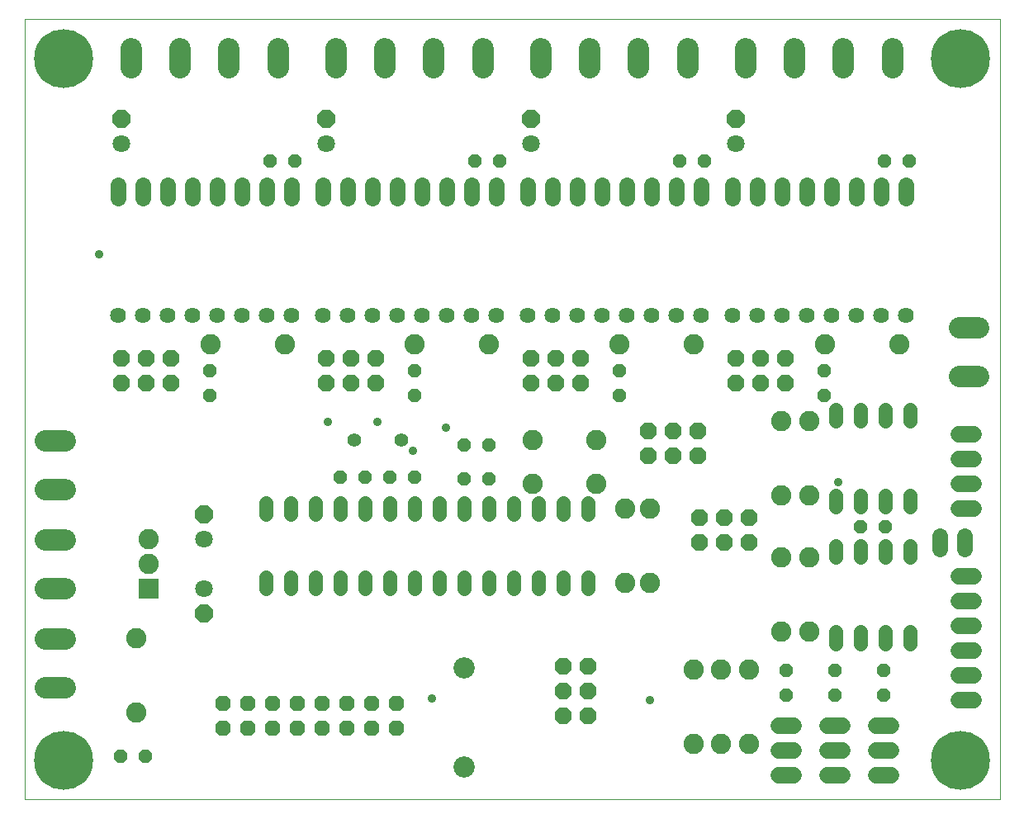
<source format=gbs>
G75*
G70*
%OFA0B0*%
%FSLAX24Y24*%
%IPPOS*%
%LPD*%
%AMOC8*
5,1,8,0,0,1.08239X$1,22.5*
%
%ADD10C,0.0000*%
%ADD11C,0.0560*%
%ADD12C,0.0640*%
%ADD13C,0.0640*%
%ADD14OC8,0.0680*%
%ADD15OC8,0.0560*%
%ADD16OC8,0.0710*%
%ADD17C,0.0710*%
%ADD18C,0.0560*%
%ADD19C,0.0820*%
%ADD20C,0.2380*%
%ADD21OC8,0.0620*%
%ADD22C,0.0860*%
%ADD23C,0.0680*%
%ADD24R,0.0820X0.0820*%
%ADD25C,0.0860*%
%ADD26C,0.0620*%
%ADD27C,0.0350*%
D10*
X000280Y000250D02*
X000280Y031746D01*
X039650Y031746D01*
X039650Y000250D01*
X000280Y000250D01*
D11*
X010030Y008760D02*
X010030Y009240D01*
X011030Y009240D02*
X011030Y008760D01*
X012030Y008760D02*
X012030Y009240D01*
X013030Y009240D02*
X013030Y008760D01*
X014030Y008760D02*
X014030Y009240D01*
X015030Y009240D02*
X015030Y008760D01*
X016030Y008760D02*
X016030Y009240D01*
X017030Y009240D02*
X017030Y008760D01*
X018030Y008760D02*
X018030Y009240D01*
X019030Y009240D02*
X019030Y008760D01*
X020030Y008760D02*
X020030Y009240D01*
X021030Y009240D02*
X021030Y008760D01*
X022030Y008760D02*
X022030Y009240D01*
X023030Y009240D02*
X023030Y008760D01*
X023030Y011760D02*
X023030Y012240D01*
X022030Y012240D02*
X022030Y011760D01*
X021030Y011760D02*
X021030Y012240D01*
X020030Y012240D02*
X020030Y011760D01*
X019030Y011760D02*
X019030Y012240D01*
X018030Y012240D02*
X018030Y011760D01*
X017030Y011760D02*
X017030Y012240D01*
X016030Y012240D02*
X016030Y011760D01*
X015030Y011760D02*
X015030Y012240D01*
X014030Y012240D02*
X014030Y011760D01*
X013030Y011760D02*
X013030Y012240D01*
X012030Y012240D02*
X012030Y011760D01*
X011030Y011760D02*
X011030Y012240D01*
X010030Y012240D02*
X010030Y011760D01*
X033032Y012050D02*
X033032Y012530D01*
X034032Y012530D02*
X034032Y012050D01*
X035032Y012050D02*
X035032Y012530D01*
X036032Y012530D02*
X036032Y012050D01*
X036032Y010498D02*
X036032Y010018D01*
X035032Y010018D02*
X035032Y010498D01*
X034032Y010498D02*
X034032Y010018D01*
X033032Y010018D02*
X033032Y010498D01*
X033032Y007018D02*
X033032Y006538D01*
X034032Y006538D02*
X034032Y007018D01*
X035032Y007018D02*
X035032Y006538D01*
X036032Y006538D02*
X036032Y007018D01*
X036032Y015530D02*
X036032Y016010D01*
X035032Y016010D02*
X035032Y015530D01*
X034032Y015530D02*
X034032Y016010D01*
X033032Y016010D02*
X033032Y015530D01*
D12*
X032857Y019797D03*
X033857Y019797D03*
X034857Y019797D03*
X035857Y019797D03*
X031857Y019797D03*
X030857Y019797D03*
X029857Y019797D03*
X028857Y019797D03*
X027590Y019797D03*
X026590Y019797D03*
X025590Y019797D03*
X024590Y019797D03*
X023590Y019797D03*
X022590Y019797D03*
X021590Y019797D03*
X020590Y019797D03*
X019322Y019797D03*
X018322Y019797D03*
X017322Y019797D03*
X016322Y019797D03*
X015322Y019797D03*
X014322Y019797D03*
X013322Y019797D03*
X012322Y019797D03*
X011054Y019797D03*
X010054Y019797D03*
X009054Y019797D03*
X008054Y019797D03*
X007054Y019797D03*
X006054Y019797D03*
X005054Y019797D03*
X004054Y019797D03*
D13*
X004054Y024517D02*
X004054Y025077D01*
X005054Y025077D02*
X005054Y024517D01*
X006054Y024517D02*
X006054Y025077D01*
X007054Y025077D02*
X007054Y024517D01*
X008054Y024517D02*
X008054Y025077D01*
X009054Y025077D02*
X009054Y024517D01*
X010054Y024517D02*
X010054Y025077D01*
X011054Y025077D02*
X011054Y024517D01*
X012322Y024517D02*
X012322Y025077D01*
X013322Y025077D02*
X013322Y024517D01*
X014322Y024517D02*
X014322Y025077D01*
X015322Y025077D02*
X015322Y024517D01*
X016322Y024517D02*
X016322Y025077D01*
X017322Y025077D02*
X017322Y024517D01*
X018322Y024517D02*
X018322Y025077D01*
X019322Y025077D02*
X019322Y024517D01*
X020590Y024517D02*
X020590Y025077D01*
X021590Y025077D02*
X021590Y024517D01*
X022590Y024517D02*
X022590Y025077D01*
X023590Y025077D02*
X023590Y024517D01*
X024590Y024517D02*
X024590Y025077D01*
X025590Y025077D02*
X025590Y024517D01*
X026590Y024517D02*
X026590Y025077D01*
X027590Y025077D02*
X027590Y024517D01*
X028857Y024517D02*
X028857Y025077D01*
X029857Y025077D02*
X029857Y024517D01*
X030857Y024517D02*
X030857Y025077D01*
X031857Y025077D02*
X031857Y024517D01*
X032857Y024517D02*
X032857Y025077D01*
X033857Y025077D02*
X033857Y024517D01*
X034857Y024517D02*
X034857Y025077D01*
X035857Y025077D02*
X035857Y024517D01*
D14*
X030995Y018073D03*
X029995Y018073D03*
X028995Y018073D03*
X028995Y017073D03*
X029995Y017073D03*
X030995Y017073D03*
X027468Y015125D03*
X026468Y015125D03*
X026468Y014125D03*
X027468Y014125D03*
X025468Y014125D03*
X025468Y015125D03*
X022727Y017073D03*
X021727Y017073D03*
X020727Y017073D03*
X020727Y018073D03*
X021727Y018073D03*
X022727Y018073D03*
X027530Y011625D03*
X027530Y010625D03*
X028530Y010625D03*
X029530Y010625D03*
X029530Y011625D03*
X028530Y011625D03*
X023030Y005625D03*
X022030Y005625D03*
X022030Y004625D03*
X023030Y004625D03*
X023030Y003625D03*
X022030Y003625D03*
X014460Y017073D03*
X014460Y018073D03*
X013460Y018073D03*
X012460Y018073D03*
X012460Y017073D03*
X013460Y017073D03*
X006192Y017073D03*
X005192Y017073D03*
X005192Y018073D03*
X006192Y018073D03*
X004192Y018073D03*
X004192Y017073D03*
D15*
X007751Y016573D03*
X007751Y017573D03*
X013030Y013250D03*
X014030Y013250D03*
X015030Y013250D03*
X016030Y013250D03*
X018030Y013188D03*
X019030Y013188D03*
X019030Y014563D03*
X018030Y014563D03*
X016019Y016573D03*
X016019Y017573D03*
X024286Y017573D03*
X024286Y016573D03*
X032554Y016573D03*
X032554Y017573D03*
X034032Y011274D03*
X035032Y011274D03*
X034957Y005475D03*
X034957Y004475D03*
X032989Y004475D03*
X032989Y005475D03*
X031020Y005475D03*
X031020Y004475D03*
X005155Y002000D03*
X004155Y002000D03*
X010194Y026038D03*
X011194Y026038D03*
X018462Y026038D03*
X019462Y026038D03*
X026730Y026038D03*
X027730Y026038D03*
X034998Y026038D03*
X035998Y026038D03*
D16*
X029011Y027719D03*
X020743Y027719D03*
X012475Y027719D03*
X004208Y027719D03*
X007530Y011750D03*
X007530Y007750D03*
D17*
X007530Y008750D03*
X007530Y010750D03*
X004208Y026719D03*
X012475Y026719D03*
X020743Y026719D03*
X029011Y026719D03*
D18*
X015480Y014750D03*
X013580Y014750D03*
D19*
X016030Y018625D03*
X019030Y018625D03*
X020812Y014765D03*
X020812Y012985D03*
X023372Y012985D03*
X024530Y012000D03*
X025530Y012000D03*
X025530Y009000D03*
X024530Y009000D03*
X027280Y005500D03*
X028405Y005500D03*
X029530Y005500D03*
X030841Y007018D03*
X031973Y007018D03*
X031973Y010018D03*
X030841Y010018D03*
X030841Y012530D03*
X031973Y012530D03*
X031973Y015530D03*
X030841Y015530D03*
X032593Y018625D03*
X035593Y018625D03*
X027280Y018625D03*
X024280Y018625D03*
X023372Y014765D03*
X010780Y018625D03*
X007780Y018625D03*
X005280Y010750D03*
X005280Y009750D03*
X004780Y006750D03*
X004780Y003750D03*
X027280Y002500D03*
X028405Y002500D03*
X029530Y002500D03*
D20*
X038075Y001825D03*
X038075Y030171D03*
X001855Y030171D03*
X001855Y001825D03*
D21*
X008280Y003125D03*
X009280Y003125D03*
X010280Y003125D03*
X011280Y003125D03*
X012280Y003125D03*
X013280Y003125D03*
X014280Y003125D03*
X015280Y003125D03*
X015280Y004125D03*
X014280Y004125D03*
X013280Y004125D03*
X012280Y004125D03*
X011280Y004125D03*
X010280Y004125D03*
X009280Y004125D03*
X008280Y004125D03*
D22*
X001920Y004760D02*
X001140Y004760D01*
X001140Y006740D02*
X001920Y006740D01*
X001920Y008760D02*
X001140Y008760D01*
X001140Y010740D02*
X001920Y010740D01*
X001920Y012760D02*
X001140Y012760D01*
X001140Y014740D02*
X001920Y014740D01*
X004594Y029781D02*
X004594Y030561D01*
X006574Y030561D02*
X006574Y029781D01*
X008534Y029781D02*
X008534Y030561D01*
X010514Y030561D02*
X010514Y029781D01*
X012862Y029781D02*
X012862Y030561D01*
X014842Y030561D02*
X014842Y029781D01*
X016802Y029781D02*
X016802Y030561D01*
X018782Y030561D02*
X018782Y029781D01*
X021130Y029781D02*
X021130Y030561D01*
X023110Y030561D02*
X023110Y029781D01*
X025070Y029781D02*
X025070Y030561D01*
X027050Y030561D02*
X027050Y029781D01*
X029397Y029781D02*
X029397Y030561D01*
X031377Y030561D02*
X031377Y029781D01*
X033337Y029781D02*
X033337Y030561D01*
X035317Y030561D02*
X035317Y029781D01*
X038015Y019303D02*
X038795Y019303D01*
X038795Y017323D02*
X038015Y017323D01*
D23*
X037980Y015000D02*
X038580Y015000D01*
X038580Y014000D02*
X037980Y014000D01*
X037980Y013000D02*
X038580Y013000D01*
X038580Y012000D02*
X037980Y012000D01*
X037980Y009250D02*
X038580Y009250D01*
X038580Y008250D02*
X037980Y008250D01*
X037980Y007250D02*
X038580Y007250D01*
X038580Y006250D02*
X037980Y006250D01*
X037980Y005250D02*
X038580Y005250D01*
X038580Y004250D02*
X037980Y004250D01*
X035257Y003219D02*
X034657Y003219D01*
X033289Y003219D02*
X032689Y003219D01*
X031320Y003219D02*
X030720Y003219D01*
X030720Y002219D02*
X031320Y002219D01*
X031320Y001219D02*
X030720Y001219D01*
X032689Y001219D02*
X033289Y001219D01*
X033289Y002219D02*
X032689Y002219D01*
X034657Y002219D02*
X035257Y002219D01*
X035257Y001219D02*
X034657Y001219D01*
D24*
X005280Y008750D03*
D25*
X018030Y005563D03*
X018030Y001563D03*
D26*
X037218Y010355D02*
X037218Y010895D01*
X038218Y010895D02*
X038218Y010355D01*
D27*
X033123Y013068D03*
X025530Y004250D03*
X016719Y004335D03*
X015968Y014313D03*
X017280Y015250D03*
X014530Y015500D03*
X012530Y015500D03*
X003280Y022250D03*
M02*

</source>
